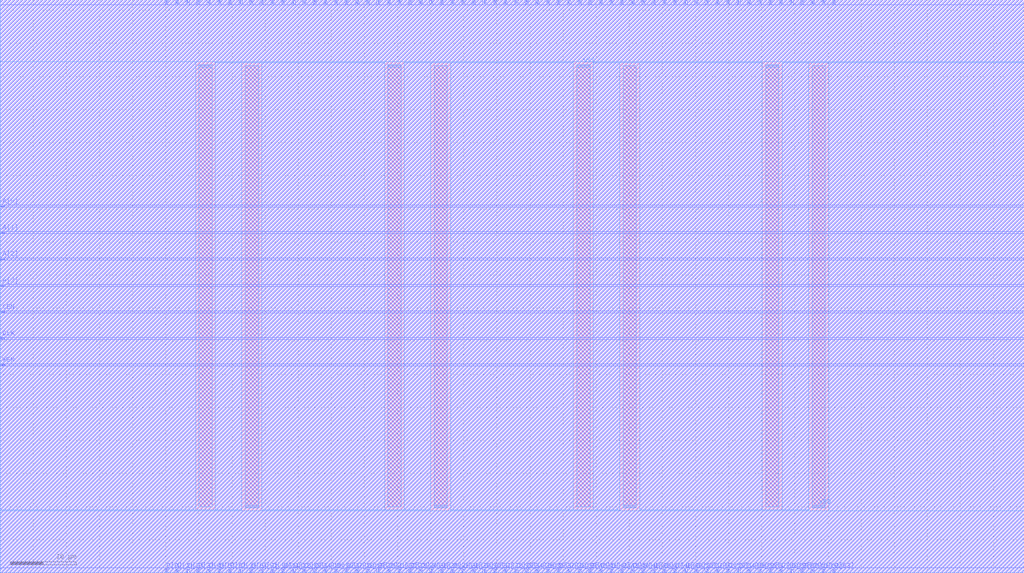
<source format=lef>
##
## LEF for PtnCells ;
## created by Innovus v15.23-s045_1 on Fri Mar 21 18:38:24 2025
##

VERSION 5.8 ;

BUSBITCHARS "[]" ;
DIVIDERCHAR "/" ;

MACRO sram_w16_64
  CLASS BLOCK ;
  SIZE 154.6000 BY 86.6000 ;
  FOREIGN sram_w16_64 0.0000 0.0000 ;
  ORIGIN 0 0 ;
  SYMMETRY X Y R90 ;
  PIN CLK
    DIRECTION INPUT ;
    USE SIGNAL ;
    PORT
      LAYER M3 ;
        RECT 0.0000 35.3500 0.6000 35.4500 ;
    END
  END CLK
  PIN D[63]
    DIRECTION INPUT ;
    USE SIGNAL ;
    PORT
      LAYER M3 ;
        RECT 125.8500 0.0000 125.9500 0.6000 ;
    END
  END D[63]
  PIN D[62]
    DIRECTION INPUT ;
    USE SIGNAL ;
    PORT
      LAYER M3 ;
        RECT 124.2500 0.0000 124.3500 0.6000 ;
    END
  END D[62]
  PIN D[61]
    DIRECTION INPUT ;
    USE SIGNAL ;
    PORT
      LAYER M3 ;
        RECT 122.6500 0.0000 122.7500 0.6000 ;
    END
  END D[61]
  PIN D[60]
    DIRECTION INPUT ;
    USE SIGNAL ;
    PORT
      LAYER M3 ;
        RECT 121.0500 0.0000 121.1500 0.6000 ;
    END
  END D[60]
  PIN D[59]
    DIRECTION INPUT ;
    USE SIGNAL ;
    PORT
      LAYER M3 ;
        RECT 119.4500 0.0000 119.5500 0.6000 ;
    END
  END D[59]
  PIN D[58]
    DIRECTION INPUT ;
    USE SIGNAL ;
    PORT
      LAYER M3 ;
        RECT 117.8500 0.0000 117.9500 0.6000 ;
    END
  END D[58]
  PIN D[57]
    DIRECTION INPUT ;
    USE SIGNAL ;
    PORT
      LAYER M3 ;
        RECT 116.2500 0.0000 116.3500 0.6000 ;
    END
  END D[57]
  PIN D[56]
    DIRECTION INPUT ;
    USE SIGNAL ;
    PORT
      LAYER M3 ;
        RECT 114.6500 0.0000 114.7500 0.6000 ;
    END
  END D[56]
  PIN D[55]
    DIRECTION INPUT ;
    USE SIGNAL ;
    PORT
      LAYER M3 ;
        RECT 113.0500 0.0000 113.1500 0.6000 ;
    END
  END D[55]
  PIN D[54]
    DIRECTION INPUT ;
    USE SIGNAL ;
    PORT
      LAYER M3 ;
        RECT 111.4500 0.0000 111.5500 0.6000 ;
    END
  END D[54]
  PIN D[53]
    DIRECTION INPUT ;
    USE SIGNAL ;
    PORT
      LAYER M3 ;
        RECT 109.8500 0.0000 109.9500 0.6000 ;
    END
  END D[53]
  PIN D[52]
    DIRECTION INPUT ;
    USE SIGNAL ;
    PORT
      LAYER M3 ;
        RECT 108.2500 0.0000 108.3500 0.6000 ;
    END
  END D[52]
  PIN D[51]
    DIRECTION INPUT ;
    USE SIGNAL ;
    PORT
      LAYER M3 ;
        RECT 106.6500 0.0000 106.7500 0.6000 ;
    END
  END D[51]
  PIN D[50]
    DIRECTION INPUT ;
    USE SIGNAL ;
    PORT
      LAYER M3 ;
        RECT 105.0500 0.0000 105.1500 0.6000 ;
    END
  END D[50]
  PIN D[49]
    DIRECTION INPUT ;
    USE SIGNAL ;
    PORT
      LAYER M3 ;
        RECT 103.4500 0.0000 103.5500 0.6000 ;
    END
  END D[49]
  PIN D[48]
    DIRECTION INPUT ;
    USE SIGNAL ;
    PORT
      LAYER M3 ;
        RECT 101.8500 0.0000 101.9500 0.6000 ;
    END
  END D[48]
  PIN D[47]
    DIRECTION INPUT ;
    USE SIGNAL ;
    PORT
      LAYER M3 ;
        RECT 100.2500 0.0000 100.3500 0.6000 ;
    END
  END D[47]
  PIN D[46]
    DIRECTION INPUT ;
    USE SIGNAL ;
    PORT
      LAYER M3 ;
        RECT 98.6500 0.0000 98.7500 0.6000 ;
    END
  END D[46]
  PIN D[45]
    DIRECTION INPUT ;
    USE SIGNAL ;
    PORT
      LAYER M3 ;
        RECT 97.0500 0.0000 97.1500 0.6000 ;
    END
  END D[45]
  PIN D[44]
    DIRECTION INPUT ;
    USE SIGNAL ;
    PORT
      LAYER M3 ;
        RECT 95.4500 0.0000 95.5500 0.6000 ;
    END
  END D[44]
  PIN D[43]
    DIRECTION INPUT ;
    USE SIGNAL ;
    PORT
      LAYER M3 ;
        RECT 93.8500 0.0000 93.9500 0.6000 ;
    END
  END D[43]
  PIN D[42]
    DIRECTION INPUT ;
    USE SIGNAL ;
    PORT
      LAYER M3 ;
        RECT 92.2500 0.0000 92.3500 0.6000 ;
    END
  END D[42]
  PIN D[41]
    DIRECTION INPUT ;
    USE SIGNAL ;
    PORT
      LAYER M3 ;
        RECT 90.6500 0.0000 90.7500 0.6000 ;
    END
  END D[41]
  PIN D[40]
    DIRECTION INPUT ;
    USE SIGNAL ;
    PORT
      LAYER M3 ;
        RECT 89.0500 0.0000 89.1500 0.6000 ;
    END
  END D[40]
  PIN D[39]
    DIRECTION INPUT ;
    USE SIGNAL ;
    PORT
      LAYER M3 ;
        RECT 87.4500 0.0000 87.5500 0.6000 ;
    END
  END D[39]
  PIN D[38]
    DIRECTION INPUT ;
    USE SIGNAL ;
    PORT
      LAYER M3 ;
        RECT 85.8500 0.0000 85.9500 0.6000 ;
    END
  END D[38]
  PIN D[37]
    DIRECTION INPUT ;
    USE SIGNAL ;
    PORT
      LAYER M3 ;
        RECT 84.2500 0.0000 84.3500 0.6000 ;
    END
  END D[37]
  PIN D[36]
    DIRECTION INPUT ;
    USE SIGNAL ;
    PORT
      LAYER M3 ;
        RECT 82.6500 0.0000 82.7500 0.6000 ;
    END
  END D[36]
  PIN D[35]
    DIRECTION INPUT ;
    USE SIGNAL ;
    PORT
      LAYER M3 ;
        RECT 81.0500 0.0000 81.1500 0.6000 ;
    END
  END D[35]
  PIN D[34]
    DIRECTION INPUT ;
    USE SIGNAL ;
    PORT
      LAYER M3 ;
        RECT 79.4500 0.0000 79.5500 0.6000 ;
    END
  END D[34]
  PIN D[33]
    DIRECTION INPUT ;
    USE SIGNAL ;
    PORT
      LAYER M3 ;
        RECT 77.8500 0.0000 77.9500 0.6000 ;
    END
  END D[33]
  PIN D[32]
    DIRECTION INPUT ;
    USE SIGNAL ;
    PORT
      LAYER M3 ;
        RECT 76.2500 0.0000 76.3500 0.6000 ;
    END
  END D[32]
  PIN D[31]
    DIRECTION INPUT ;
    USE SIGNAL ;
    PORT
      LAYER M3 ;
        RECT 74.6500 0.0000 74.7500 0.6000 ;
    END
  END D[31]
  PIN D[30]
    DIRECTION INPUT ;
    USE SIGNAL ;
    PORT
      LAYER M3 ;
        RECT 73.0500 0.0000 73.1500 0.6000 ;
    END
  END D[30]
  PIN D[29]
    DIRECTION INPUT ;
    USE SIGNAL ;
    PORT
      LAYER M3 ;
        RECT 71.4500 0.0000 71.5500 0.6000 ;
    END
  END D[29]
  PIN D[28]
    DIRECTION INPUT ;
    USE SIGNAL ;
    PORT
      LAYER M3 ;
        RECT 69.8500 0.0000 69.9500 0.6000 ;
    END
  END D[28]
  PIN D[27]
    DIRECTION INPUT ;
    USE SIGNAL ;
    PORT
      LAYER M3 ;
        RECT 68.2500 0.0000 68.3500 0.6000 ;
    END
  END D[27]
  PIN D[26]
    DIRECTION INPUT ;
    USE SIGNAL ;
    PORT
      LAYER M3 ;
        RECT 66.6500 0.0000 66.7500 0.6000 ;
    END
  END D[26]
  PIN D[25]
    DIRECTION INPUT ;
    USE SIGNAL ;
    PORT
      LAYER M3 ;
        RECT 65.0500 0.0000 65.1500 0.6000 ;
    END
  END D[25]
  PIN D[24]
    DIRECTION INPUT ;
    USE SIGNAL ;
    PORT
      LAYER M3 ;
        RECT 63.4500 0.0000 63.5500 0.6000 ;
    END
  END D[24]
  PIN D[23]
    DIRECTION INPUT ;
    USE SIGNAL ;
    PORT
      LAYER M3 ;
        RECT 61.8500 0.0000 61.9500 0.6000 ;
    END
  END D[23]
  PIN D[22]
    DIRECTION INPUT ;
    USE SIGNAL ;
    PORT
      LAYER M3 ;
        RECT 60.2500 0.0000 60.3500 0.6000 ;
    END
  END D[22]
  PIN D[21]
    DIRECTION INPUT ;
    USE SIGNAL ;
    PORT
      LAYER M3 ;
        RECT 58.6500 0.0000 58.7500 0.6000 ;
    END
  END D[21]
  PIN D[20]
    DIRECTION INPUT ;
    USE SIGNAL ;
    PORT
      LAYER M3 ;
        RECT 57.0500 0.0000 57.1500 0.6000 ;
    END
  END D[20]
  PIN D[19]
    DIRECTION INPUT ;
    USE SIGNAL ;
    PORT
      LAYER M3 ;
        RECT 55.4500 0.0000 55.5500 0.6000 ;
    END
  END D[19]
  PIN D[18]
    DIRECTION INPUT ;
    USE SIGNAL ;
    PORT
      LAYER M3 ;
        RECT 53.8500 0.0000 53.9500 0.6000 ;
    END
  END D[18]
  PIN D[17]
    DIRECTION INPUT ;
    USE SIGNAL ;
    PORT
      LAYER M3 ;
        RECT 52.2500 0.0000 52.3500 0.6000 ;
    END
  END D[17]
  PIN D[16]
    DIRECTION INPUT ;
    USE SIGNAL ;
    PORT
      LAYER M3 ;
        RECT 50.6500 0.0000 50.7500 0.6000 ;
    END
  END D[16]
  PIN D[15]
    DIRECTION INPUT ;
    USE SIGNAL ;
    PORT
      LAYER M3 ;
        RECT 49.0500 0.0000 49.1500 0.6000 ;
    END
  END D[15]
  PIN D[14]
    DIRECTION INPUT ;
    USE SIGNAL ;
    PORT
      LAYER M3 ;
        RECT 47.4500 0.0000 47.5500 0.6000 ;
    END
  END D[14]
  PIN D[13]
    DIRECTION INPUT ;
    USE SIGNAL ;
    PORT
      LAYER M3 ;
        RECT 45.8500 0.0000 45.9500 0.6000 ;
    END
  END D[13]
  PIN D[12]
    DIRECTION INPUT ;
    USE SIGNAL ;
    PORT
      LAYER M3 ;
        RECT 44.2500 0.0000 44.3500 0.6000 ;
    END
  END D[12]
  PIN D[11]
    DIRECTION INPUT ;
    USE SIGNAL ;
    PORT
      LAYER M3 ;
        RECT 42.6500 0.0000 42.7500 0.6000 ;
    END
  END D[11]
  PIN D[10]
    DIRECTION INPUT ;
    USE SIGNAL ;
    PORT
      LAYER M3 ;
        RECT 41.0500 0.0000 41.1500 0.6000 ;
    END
  END D[10]
  PIN D[9]
    DIRECTION INPUT ;
    USE SIGNAL ;
    PORT
      LAYER M3 ;
        RECT 39.4500 0.0000 39.5500 0.6000 ;
    END
  END D[9]
  PIN D[8]
    DIRECTION INPUT ;
    USE SIGNAL ;
    PORT
      LAYER M3 ;
        RECT 37.8500 0.0000 37.9500 0.6000 ;
    END
  END D[8]
  PIN D[7]
    DIRECTION INPUT ;
    USE SIGNAL ;
    PORT
      LAYER M3 ;
        RECT 36.2500 0.0000 36.3500 0.6000 ;
    END
  END D[7]
  PIN D[6]
    DIRECTION INPUT ;
    USE SIGNAL ;
    PORT
      LAYER M3 ;
        RECT 34.6500 0.0000 34.7500 0.6000 ;
    END
  END D[6]
  PIN D[5]
    DIRECTION INPUT ;
    USE SIGNAL ;
    PORT
      LAYER M3 ;
        RECT 33.0500 0.0000 33.1500 0.6000 ;
    END
  END D[5]
  PIN D[4]
    DIRECTION INPUT ;
    USE SIGNAL ;
    PORT
      LAYER M3 ;
        RECT 31.4500 0.0000 31.5500 0.6000 ;
    END
  END D[4]
  PIN D[3]
    DIRECTION INPUT ;
    USE SIGNAL ;
    PORT
      LAYER M3 ;
        RECT 29.8500 0.0000 29.9500 0.6000 ;
    END
  END D[3]
  PIN D[2]
    DIRECTION INPUT ;
    USE SIGNAL ;
    PORT
      LAYER M3 ;
        RECT 28.2500 0.0000 28.3500 0.6000 ;
    END
  END D[2]
  PIN D[1]
    DIRECTION INPUT ;
    USE SIGNAL ;
    PORT
      LAYER M3 ;
        RECT 26.6500 0.0000 26.7500 0.6000 ;
    END
  END D[1]
  PIN D[0]
    DIRECTION INPUT ;
    USE SIGNAL ;
    PORT
      LAYER M3 ;
        RECT 25.0500 0.0000 25.1500 0.6000 ;
    END
  END D[0]
  PIN Q[63]
    DIRECTION OUTPUT ;
    USE SIGNAL ;
    PORT
      LAYER M3 ;
        RECT 125.8500 86.0000 125.9500 86.6000 ;
    END
  END Q[63]
  PIN Q[62]
    DIRECTION OUTPUT ;
    USE SIGNAL ;
    PORT
      LAYER M3 ;
        RECT 124.2500 86.0000 124.3500 86.6000 ;
    END
  END Q[62]
  PIN Q[61]
    DIRECTION OUTPUT ;
    USE SIGNAL ;
    PORT
      LAYER M3 ;
        RECT 122.6500 86.0000 122.7500 86.6000 ;
    END
  END Q[61]
  PIN Q[60]
    DIRECTION OUTPUT ;
    USE SIGNAL ;
    PORT
      LAYER M3 ;
        RECT 121.0500 86.0000 121.1500 86.6000 ;
    END
  END Q[60]
  PIN Q[59]
    DIRECTION OUTPUT ;
    USE SIGNAL ;
    PORT
      LAYER M3 ;
        RECT 119.4500 86.0000 119.5500 86.6000 ;
    END
  END Q[59]
  PIN Q[58]
    DIRECTION OUTPUT ;
    USE SIGNAL ;
    PORT
      LAYER M3 ;
        RECT 117.8500 86.0000 117.9500 86.6000 ;
    END
  END Q[58]
  PIN Q[57]
    DIRECTION OUTPUT ;
    USE SIGNAL ;
    PORT
      LAYER M3 ;
        RECT 116.2500 86.0000 116.3500 86.6000 ;
    END
  END Q[57]
  PIN Q[56]
    DIRECTION OUTPUT ;
    USE SIGNAL ;
    PORT
      LAYER M3 ;
        RECT 114.6500 86.0000 114.7500 86.6000 ;
    END
  END Q[56]
  PIN Q[55]
    DIRECTION OUTPUT ;
    USE SIGNAL ;
    PORT
      LAYER M3 ;
        RECT 113.0500 86.0000 113.1500 86.6000 ;
    END
  END Q[55]
  PIN Q[54]
    DIRECTION OUTPUT ;
    USE SIGNAL ;
    PORT
      LAYER M3 ;
        RECT 111.4500 86.0000 111.5500 86.6000 ;
    END
  END Q[54]
  PIN Q[53]
    DIRECTION OUTPUT ;
    USE SIGNAL ;
    PORT
      LAYER M3 ;
        RECT 109.8500 86.0000 109.9500 86.6000 ;
    END
  END Q[53]
  PIN Q[52]
    DIRECTION OUTPUT ;
    USE SIGNAL ;
    PORT
      LAYER M3 ;
        RECT 108.2500 86.0000 108.3500 86.6000 ;
    END
  END Q[52]
  PIN Q[51]
    DIRECTION OUTPUT ;
    USE SIGNAL ;
    PORT
      LAYER M3 ;
        RECT 106.6500 86.0000 106.7500 86.6000 ;
    END
  END Q[51]
  PIN Q[50]
    DIRECTION OUTPUT ;
    USE SIGNAL ;
    PORT
      LAYER M3 ;
        RECT 105.0500 86.0000 105.1500 86.6000 ;
    END
  END Q[50]
  PIN Q[49]
    DIRECTION OUTPUT ;
    USE SIGNAL ;
    PORT
      LAYER M3 ;
        RECT 103.4500 86.0000 103.5500 86.6000 ;
    END
  END Q[49]
  PIN Q[48]
    DIRECTION OUTPUT ;
    USE SIGNAL ;
    PORT
      LAYER M3 ;
        RECT 101.8500 86.0000 101.9500 86.6000 ;
    END
  END Q[48]
  PIN Q[47]
    DIRECTION OUTPUT ;
    USE SIGNAL ;
    PORT
      LAYER M3 ;
        RECT 100.2500 86.0000 100.3500 86.6000 ;
    END
  END Q[47]
  PIN Q[46]
    DIRECTION OUTPUT ;
    USE SIGNAL ;
    PORT
      LAYER M3 ;
        RECT 98.6500 86.0000 98.7500 86.6000 ;
    END
  END Q[46]
  PIN Q[45]
    DIRECTION OUTPUT ;
    USE SIGNAL ;
    PORT
      LAYER M3 ;
        RECT 97.0500 86.0000 97.1500 86.6000 ;
    END
  END Q[45]
  PIN Q[44]
    DIRECTION OUTPUT ;
    USE SIGNAL ;
    PORT
      LAYER M3 ;
        RECT 95.4500 86.0000 95.5500 86.6000 ;
    END
  END Q[44]
  PIN Q[43]
    DIRECTION OUTPUT ;
    USE SIGNAL ;
    PORT
      LAYER M3 ;
        RECT 93.8500 86.0000 93.9500 86.6000 ;
    END
  END Q[43]
  PIN Q[42]
    DIRECTION OUTPUT ;
    USE SIGNAL ;
    PORT
      LAYER M3 ;
        RECT 92.2500 86.0000 92.3500 86.6000 ;
    END
  END Q[42]
  PIN Q[41]
    DIRECTION OUTPUT ;
    USE SIGNAL ;
    PORT
      LAYER M3 ;
        RECT 90.6500 86.0000 90.7500 86.6000 ;
    END
  END Q[41]
  PIN Q[40]
    DIRECTION OUTPUT ;
    USE SIGNAL ;
    PORT
      LAYER M3 ;
        RECT 89.0500 86.0000 89.1500 86.6000 ;
    END
  END Q[40]
  PIN Q[39]
    DIRECTION OUTPUT ;
    USE SIGNAL ;
    PORT
      LAYER M3 ;
        RECT 87.4500 86.0000 87.5500 86.6000 ;
    END
  END Q[39]
  PIN Q[38]
    DIRECTION OUTPUT ;
    USE SIGNAL ;
    PORT
      LAYER M3 ;
        RECT 85.8500 86.0000 85.9500 86.6000 ;
    END
  END Q[38]
  PIN Q[37]
    DIRECTION OUTPUT ;
    USE SIGNAL ;
    PORT
      LAYER M3 ;
        RECT 84.2500 86.0000 84.3500 86.6000 ;
    END
  END Q[37]
  PIN Q[36]
    DIRECTION OUTPUT ;
    USE SIGNAL ;
    PORT
      LAYER M3 ;
        RECT 82.6500 86.0000 82.7500 86.6000 ;
    END
  END Q[36]
  PIN Q[35]
    DIRECTION OUTPUT ;
    USE SIGNAL ;
    PORT
      LAYER M3 ;
        RECT 81.0500 86.0000 81.1500 86.6000 ;
    END
  END Q[35]
  PIN Q[34]
    DIRECTION OUTPUT ;
    USE SIGNAL ;
    PORT
      LAYER M3 ;
        RECT 79.4500 86.0000 79.5500 86.6000 ;
    END
  END Q[34]
  PIN Q[33]
    DIRECTION OUTPUT ;
    USE SIGNAL ;
    PORT
      LAYER M3 ;
        RECT 77.8500 86.0000 77.9500 86.6000 ;
    END
  END Q[33]
  PIN Q[32]
    DIRECTION OUTPUT ;
    USE SIGNAL ;
    PORT
      LAYER M3 ;
        RECT 76.2500 86.0000 76.3500 86.6000 ;
    END
  END Q[32]
  PIN Q[31]
    DIRECTION OUTPUT ;
    USE SIGNAL ;
    PORT
      LAYER M3 ;
        RECT 74.6500 86.0000 74.7500 86.6000 ;
    END
  END Q[31]
  PIN Q[30]
    DIRECTION OUTPUT ;
    USE SIGNAL ;
    PORT
      LAYER M3 ;
        RECT 73.0500 86.0000 73.1500 86.6000 ;
    END
  END Q[30]
  PIN Q[29]
    DIRECTION OUTPUT ;
    USE SIGNAL ;
    PORT
      LAYER M3 ;
        RECT 71.4500 86.0000 71.5500 86.6000 ;
    END
  END Q[29]
  PIN Q[28]
    DIRECTION OUTPUT ;
    USE SIGNAL ;
    PORT
      LAYER M3 ;
        RECT 69.8500 86.0000 69.9500 86.6000 ;
    END
  END Q[28]
  PIN Q[27]
    DIRECTION OUTPUT ;
    USE SIGNAL ;
    PORT
      LAYER M3 ;
        RECT 68.2500 86.0000 68.3500 86.6000 ;
    END
  END Q[27]
  PIN Q[26]
    DIRECTION OUTPUT ;
    USE SIGNAL ;
    PORT
      LAYER M3 ;
        RECT 66.6500 86.0000 66.7500 86.6000 ;
    END
  END Q[26]
  PIN Q[25]
    DIRECTION OUTPUT ;
    USE SIGNAL ;
    PORT
      LAYER M3 ;
        RECT 65.0500 86.0000 65.1500 86.6000 ;
    END
  END Q[25]
  PIN Q[24]
    DIRECTION OUTPUT ;
    USE SIGNAL ;
    PORT
      LAYER M3 ;
        RECT 63.4500 86.0000 63.5500 86.6000 ;
    END
  END Q[24]
  PIN Q[23]
    DIRECTION OUTPUT ;
    USE SIGNAL ;
    PORT
      LAYER M3 ;
        RECT 61.8500 86.0000 61.9500 86.6000 ;
    END
  END Q[23]
  PIN Q[22]
    DIRECTION OUTPUT ;
    USE SIGNAL ;
    PORT
      LAYER M3 ;
        RECT 60.2500 86.0000 60.3500 86.6000 ;
    END
  END Q[22]
  PIN Q[21]
    DIRECTION OUTPUT ;
    USE SIGNAL ;
    PORT
      LAYER M3 ;
        RECT 58.6500 86.0000 58.7500 86.6000 ;
    END
  END Q[21]
  PIN Q[20]
    DIRECTION OUTPUT ;
    USE SIGNAL ;
    PORT
      LAYER M3 ;
        RECT 57.0500 86.0000 57.1500 86.6000 ;
    END
  END Q[20]
  PIN Q[19]
    DIRECTION OUTPUT ;
    USE SIGNAL ;
    PORT
      LAYER M3 ;
        RECT 55.4500 86.0000 55.5500 86.6000 ;
    END
  END Q[19]
  PIN Q[18]
    DIRECTION OUTPUT ;
    USE SIGNAL ;
    PORT
      LAYER M3 ;
        RECT 53.8500 86.0000 53.9500 86.6000 ;
    END
  END Q[18]
  PIN Q[17]
    DIRECTION OUTPUT ;
    USE SIGNAL ;
    PORT
      LAYER M3 ;
        RECT 52.2500 86.0000 52.3500 86.6000 ;
    END
  END Q[17]
  PIN Q[16]
    DIRECTION OUTPUT ;
    USE SIGNAL ;
    PORT
      LAYER M3 ;
        RECT 50.6500 86.0000 50.7500 86.6000 ;
    END
  END Q[16]
  PIN Q[15]
    DIRECTION OUTPUT ;
    USE SIGNAL ;
    PORT
      LAYER M3 ;
        RECT 49.0500 86.0000 49.1500 86.6000 ;
    END
  END Q[15]
  PIN Q[14]
    DIRECTION OUTPUT ;
    USE SIGNAL ;
    PORT
      LAYER M3 ;
        RECT 47.4500 86.0000 47.5500 86.6000 ;
    END
  END Q[14]
  PIN Q[13]
    DIRECTION OUTPUT ;
    USE SIGNAL ;
    PORT
      LAYER M3 ;
        RECT 45.8500 86.0000 45.9500 86.6000 ;
    END
  END Q[13]
  PIN Q[12]
    DIRECTION OUTPUT ;
    USE SIGNAL ;
    PORT
      LAYER M3 ;
        RECT 44.2500 86.0000 44.3500 86.6000 ;
    END
  END Q[12]
  PIN Q[11]
    DIRECTION OUTPUT ;
    USE SIGNAL ;
    PORT
      LAYER M3 ;
        RECT 42.6500 86.0000 42.7500 86.6000 ;
    END
  END Q[11]
  PIN Q[10]
    DIRECTION OUTPUT ;
    USE SIGNAL ;
    PORT
      LAYER M3 ;
        RECT 41.0500 86.0000 41.1500 86.6000 ;
    END
  END Q[10]
  PIN Q[9]
    DIRECTION OUTPUT ;
    USE SIGNAL ;
    PORT
      LAYER M3 ;
        RECT 39.4500 86.0000 39.5500 86.6000 ;
    END
  END Q[9]
  PIN Q[8]
    DIRECTION OUTPUT ;
    USE SIGNAL ;
    PORT
      LAYER M3 ;
        RECT 37.8500 86.0000 37.9500 86.6000 ;
    END
  END Q[8]
  PIN Q[7]
    DIRECTION OUTPUT ;
    USE SIGNAL ;
    PORT
      LAYER M3 ;
        RECT 36.2500 86.0000 36.3500 86.6000 ;
    END
  END Q[7]
  PIN Q[6]
    DIRECTION OUTPUT ;
    USE SIGNAL ;
    PORT
      LAYER M3 ;
        RECT 34.6500 86.0000 34.7500 86.6000 ;
    END
  END Q[6]
  PIN Q[5]
    DIRECTION OUTPUT ;
    USE SIGNAL ;
    PORT
      LAYER M3 ;
        RECT 33.0500 86.0000 33.1500 86.6000 ;
    END
  END Q[5]
  PIN Q[4]
    DIRECTION OUTPUT ;
    USE SIGNAL ;
    PORT
      LAYER M3 ;
        RECT 31.4500 86.0000 31.5500 86.6000 ;
    END
  END Q[4]
  PIN Q[3]
    DIRECTION OUTPUT ;
    USE SIGNAL ;
    PORT
      LAYER M3 ;
        RECT 29.8500 86.0000 29.9500 86.6000 ;
    END
  END Q[3]
  PIN Q[2]
    DIRECTION OUTPUT ;
    USE SIGNAL ;
    PORT
      LAYER M3 ;
        RECT 28.2500 86.0000 28.3500 86.6000 ;
    END
  END Q[2]
  PIN Q[1]
    DIRECTION OUTPUT ;
    USE SIGNAL ;
    PORT
      LAYER M3 ;
        RECT 26.6500 86.0000 26.7500 86.6000 ;
    END
  END Q[1]
  PIN Q[0]
    DIRECTION OUTPUT ;
    USE SIGNAL ;
    PORT
      LAYER M3 ;
        RECT 25.0500 86.0000 25.1500 86.6000 ;
    END
  END Q[0]
  PIN CEN
    DIRECTION INPUT ;
    USE SIGNAL ;
    PORT
      LAYER M3 ;
        RECT 0.0000 39.3500 0.6000 39.4500 ;
    END
  END CEN
  PIN WEN
    DIRECTION INPUT ;
    USE SIGNAL ;
    PORT
      LAYER M3 ;
        RECT 0.0000 31.3500 0.6000 31.4500 ;
    END
  END WEN
  PIN A[3]
    DIRECTION INPUT ;
    USE SIGNAL ;
    PORT
      LAYER M3 ;
        RECT 0.0000 43.3500 0.6000 43.4500 ;
    END
  END A[3]
  PIN A[2]
    DIRECTION INPUT ;
    USE SIGNAL ;
    PORT
      LAYER M3 ;
        RECT 0.0000 47.3500 0.6000 47.4500 ;
    END
  END A[2]
  PIN A[1]
    DIRECTION INPUT ;
    USE SIGNAL ;
    PORT
      LAYER M3 ;
        RECT 0.0000 51.3500 0.6000 51.4500 ;
    END
  END A[1]
  PIN A[0]
    DIRECTION INPUT ;
    USE SIGNAL ;
    PORT
      LAYER M3 ;
        RECT 0.0000 55.3500 0.6000 55.4500 ;
    END
  END A[0]
  PIN VSS
    DIRECTION INOUT ;
    USE GROUND ;

# P/G power stripe data as pin
    PORT
      LAYER M4 ;
        RECT 30.0000 10.0000 32.0000 76.6000 ;
        RECT 58.5300 10.0000 60.5300 76.6000 ;
        RECT 87.0600 10.0000 89.0600 76.6000 ;
        RECT 115.5900 10.0000 117.5900 76.6000 ;
        RECT 30.0000 76.4350 32.0000 76.7650 ;
        RECT 58.5300 76.4350 60.5300 76.7650 ;
        RECT 115.5900 76.4350 117.5900 76.7650 ;
        RECT 87.0600 76.4350 89.0600 76.7650 ;
    END
# end of P/G power stripe data as pin

  END VSS
  PIN VDD
    DIRECTION INOUT ;
    USE POWER ;

# P/G power stripe data as pin
    PORT
      LAYER M4 ;
        RECT 37.0000 10.0000 39.0000 76.6000 ;
        RECT 65.5300 10.0000 67.5300 76.6000 ;
        RECT 94.0600 10.0000 96.0600 76.6000 ;
        RECT 122.5900 10.0000 124.5900 76.6000 ;
        RECT 37.0000 9.8350 39.0000 10.1650 ;
        RECT 65.5300 9.8350 67.5300 10.1650 ;
        RECT 94.0600 9.8350 96.0600 10.1650 ;
        RECT 122.5900 9.8350 124.5900 10.1650 ;
    END
# end of P/G power stripe data as pin

  END VDD
  OBS
    LAYER M1 ;
      RECT 0.0000 0.0000 154.6000 86.6000 ;
    LAYER M2 ;
      RECT 0.0000 0.0000 154.6000 86.6000 ;
    LAYER M3 ;
      RECT 126.1100 85.8400 154.6000 86.6000 ;
      RECT 124.5100 85.8400 125.6900 86.6000 ;
      RECT 122.9100 85.8400 124.0900 86.6000 ;
      RECT 121.3100 85.8400 122.4900 86.6000 ;
      RECT 119.7100 85.8400 120.8900 86.6000 ;
      RECT 118.1100 85.8400 119.2900 86.6000 ;
      RECT 116.5100 85.8400 117.6900 86.6000 ;
      RECT 114.9100 85.8400 116.0900 86.6000 ;
      RECT 113.3100 85.8400 114.4900 86.6000 ;
      RECT 111.7100 85.8400 112.8900 86.6000 ;
      RECT 110.1100 85.8400 111.2900 86.6000 ;
      RECT 108.5100 85.8400 109.6900 86.6000 ;
      RECT 106.9100 85.8400 108.0900 86.6000 ;
      RECT 105.3100 85.8400 106.4900 86.6000 ;
      RECT 103.7100 85.8400 104.8900 86.6000 ;
      RECT 102.1100 85.8400 103.2900 86.6000 ;
      RECT 100.5100 85.8400 101.6900 86.6000 ;
      RECT 98.9100 85.8400 100.0900 86.6000 ;
      RECT 97.3100 85.8400 98.4900 86.6000 ;
      RECT 95.7100 85.8400 96.8900 86.6000 ;
      RECT 94.1100 85.8400 95.2900 86.6000 ;
      RECT 92.5100 85.8400 93.6900 86.6000 ;
      RECT 90.9100 85.8400 92.0900 86.6000 ;
      RECT 89.3100 85.8400 90.4900 86.6000 ;
      RECT 87.7100 85.8400 88.8900 86.6000 ;
      RECT 86.1100 85.8400 87.2900 86.6000 ;
      RECT 84.5100 85.8400 85.6900 86.6000 ;
      RECT 82.9100 85.8400 84.0900 86.6000 ;
      RECT 81.3100 85.8400 82.4900 86.6000 ;
      RECT 79.7100 85.8400 80.8900 86.6000 ;
      RECT 78.1100 85.8400 79.2900 86.6000 ;
      RECT 76.5100 85.8400 77.6900 86.6000 ;
      RECT 74.9100 85.8400 76.0900 86.6000 ;
      RECT 73.3100 85.8400 74.4900 86.6000 ;
      RECT 71.7100 85.8400 72.8900 86.6000 ;
      RECT 70.1100 85.8400 71.2900 86.6000 ;
      RECT 68.5100 85.8400 69.6900 86.6000 ;
      RECT 66.9100 85.8400 68.0900 86.6000 ;
      RECT 65.3100 85.8400 66.4900 86.6000 ;
      RECT 63.7100 85.8400 64.8900 86.6000 ;
      RECT 62.1100 85.8400 63.2900 86.6000 ;
      RECT 60.5100 85.8400 61.6900 86.6000 ;
      RECT 58.9100 85.8400 60.0900 86.6000 ;
      RECT 57.3100 85.8400 58.4900 86.6000 ;
      RECT 55.7100 85.8400 56.8900 86.6000 ;
      RECT 54.1100 85.8400 55.2900 86.6000 ;
      RECT 52.5100 85.8400 53.6900 86.6000 ;
      RECT 50.9100 85.8400 52.0900 86.6000 ;
      RECT 49.3100 85.8400 50.4900 86.6000 ;
      RECT 47.7100 85.8400 48.8900 86.6000 ;
      RECT 46.1100 85.8400 47.2900 86.6000 ;
      RECT 44.5100 85.8400 45.6900 86.6000 ;
      RECT 42.9100 85.8400 44.0900 86.6000 ;
      RECT 41.3100 85.8400 42.4900 86.6000 ;
      RECT 39.7100 85.8400 40.8900 86.6000 ;
      RECT 38.1100 85.8400 39.2900 86.6000 ;
      RECT 36.5100 85.8400 37.6900 86.6000 ;
      RECT 34.9100 85.8400 36.0900 86.6000 ;
      RECT 33.3100 85.8400 34.4900 86.6000 ;
      RECT 31.7100 85.8400 32.8900 86.6000 ;
      RECT 30.1100 85.8400 31.2900 86.6000 ;
      RECT 28.5100 85.8400 29.6900 86.6000 ;
      RECT 26.9100 85.8400 28.0900 86.6000 ;
      RECT 25.3100 85.8400 26.4900 86.6000 ;
      RECT 0.0000 85.8400 24.8900 86.6000 ;
      RECT 0.0000 55.5500 154.6000 85.8400 ;
      RECT 0.7000 55.2500 154.6000 55.5500 ;
      RECT 0.0000 51.5500 154.6000 55.2500 ;
      RECT 0.7000 51.2500 154.6000 51.5500 ;
      RECT 0.0000 47.5500 154.6000 51.2500 ;
      RECT 0.7000 47.2500 154.6000 47.5500 ;
      RECT 0.0000 43.5500 154.6000 47.2500 ;
      RECT 0.7000 43.2500 154.6000 43.5500 ;
      RECT 0.0000 39.5500 154.6000 43.2500 ;
      RECT 0.7000 39.2500 154.6000 39.5500 ;
      RECT 0.0000 35.5500 154.6000 39.2500 ;
      RECT 0.7000 35.2500 154.6000 35.5500 ;
      RECT 0.0000 31.5500 154.6000 35.2500 ;
      RECT 0.7000 31.2500 154.6000 31.5500 ;
      RECT 0.0000 0.7600 154.6000 31.2500 ;
      RECT 126.1100 0.0000 154.6000 0.7600 ;
      RECT 124.5100 0.0000 125.6900 0.7600 ;
      RECT 122.9100 0.0000 124.0900 0.7600 ;
      RECT 121.3100 0.0000 122.4900 0.7600 ;
      RECT 119.7100 0.0000 120.8900 0.7600 ;
      RECT 118.1100 0.0000 119.2900 0.7600 ;
      RECT 116.5100 0.0000 117.6900 0.7600 ;
      RECT 114.9100 0.0000 116.0900 0.7600 ;
      RECT 113.3100 0.0000 114.4900 0.7600 ;
      RECT 111.7100 0.0000 112.8900 0.7600 ;
      RECT 110.1100 0.0000 111.2900 0.7600 ;
      RECT 108.5100 0.0000 109.6900 0.7600 ;
      RECT 106.9100 0.0000 108.0900 0.7600 ;
      RECT 105.3100 0.0000 106.4900 0.7600 ;
      RECT 103.7100 0.0000 104.8900 0.7600 ;
      RECT 102.1100 0.0000 103.2900 0.7600 ;
      RECT 100.5100 0.0000 101.6900 0.7600 ;
      RECT 98.9100 0.0000 100.0900 0.7600 ;
      RECT 97.3100 0.0000 98.4900 0.7600 ;
      RECT 95.7100 0.0000 96.8900 0.7600 ;
      RECT 94.1100 0.0000 95.2900 0.7600 ;
      RECT 92.5100 0.0000 93.6900 0.7600 ;
      RECT 90.9100 0.0000 92.0900 0.7600 ;
      RECT 89.3100 0.0000 90.4900 0.7600 ;
      RECT 87.7100 0.0000 88.8900 0.7600 ;
      RECT 86.1100 0.0000 87.2900 0.7600 ;
      RECT 84.5100 0.0000 85.6900 0.7600 ;
      RECT 82.9100 0.0000 84.0900 0.7600 ;
      RECT 81.3100 0.0000 82.4900 0.7600 ;
      RECT 79.7100 0.0000 80.8900 0.7600 ;
      RECT 78.1100 0.0000 79.2900 0.7600 ;
      RECT 76.5100 0.0000 77.6900 0.7600 ;
      RECT 74.9100 0.0000 76.0900 0.7600 ;
      RECT 73.3100 0.0000 74.4900 0.7600 ;
      RECT 71.7100 0.0000 72.8900 0.7600 ;
      RECT 70.1100 0.0000 71.2900 0.7600 ;
      RECT 68.5100 0.0000 69.6900 0.7600 ;
      RECT 66.9100 0.0000 68.0900 0.7600 ;
      RECT 65.3100 0.0000 66.4900 0.7600 ;
      RECT 63.7100 0.0000 64.8900 0.7600 ;
      RECT 62.1100 0.0000 63.2900 0.7600 ;
      RECT 60.5100 0.0000 61.6900 0.7600 ;
      RECT 58.9100 0.0000 60.0900 0.7600 ;
      RECT 57.3100 0.0000 58.4900 0.7600 ;
      RECT 55.7100 0.0000 56.8900 0.7600 ;
      RECT 54.1100 0.0000 55.2900 0.7600 ;
      RECT 52.5100 0.0000 53.6900 0.7600 ;
      RECT 50.9100 0.0000 52.0900 0.7600 ;
      RECT 49.3100 0.0000 50.4900 0.7600 ;
      RECT 47.7100 0.0000 48.8900 0.7600 ;
      RECT 46.1100 0.0000 47.2900 0.7600 ;
      RECT 44.5100 0.0000 45.6900 0.7600 ;
      RECT 42.9100 0.0000 44.0900 0.7600 ;
      RECT 41.3100 0.0000 42.4900 0.7600 ;
      RECT 39.7100 0.0000 40.8900 0.7600 ;
      RECT 38.1100 0.0000 39.2900 0.7600 ;
      RECT 36.5100 0.0000 37.6900 0.7600 ;
      RECT 34.9100 0.0000 36.0900 0.7600 ;
      RECT 33.3100 0.0000 34.4900 0.7600 ;
      RECT 31.7100 0.0000 32.8900 0.7600 ;
      RECT 30.1100 0.0000 31.2900 0.7600 ;
      RECT 28.5100 0.0000 29.6900 0.7600 ;
      RECT 26.9100 0.0000 28.0900 0.7600 ;
      RECT 25.3100 0.0000 26.4900 0.7600 ;
      RECT 0.0000 0.0000 24.8900 0.7600 ;
    LAYER M4 ;
      RECT 0.0000 77.2650 154.6000 86.6000 ;
      RECT 118.0900 77.1000 154.6000 77.2650 ;
      RECT 89.5600 77.1000 115.0900 77.2650 ;
      RECT 61.0300 77.1000 86.5600 77.2650 ;
      RECT 32.5000 77.1000 58.0300 77.2650 ;
      RECT 118.0900 9.5000 122.0900 77.1000 ;
      RECT 96.5600 9.5000 115.0900 77.1000 ;
      RECT 89.5600 9.5000 93.5600 77.1000 ;
      RECT 68.0300 9.5000 86.5600 77.1000 ;
      RECT 61.0300 9.5000 65.0300 77.1000 ;
      RECT 39.5000 9.5000 58.0300 77.1000 ;
      RECT 32.5000 9.5000 36.5000 77.1000 ;
      RECT 0.0000 9.5000 29.5000 77.2650 ;
      RECT 125.0900 9.3350 154.6000 77.1000 ;
      RECT 96.5600 9.3350 122.0900 9.5000 ;
      RECT 68.0300 9.3350 93.5600 9.5000 ;
      RECT 39.5000 9.3350 65.0300 9.5000 ;
      RECT 0.0000 9.3350 36.5000 9.5000 ;
      RECT 0.0000 0.0000 154.6000 9.3350 ;
  END
END sram_w16_64

END LIBRARY

</source>
